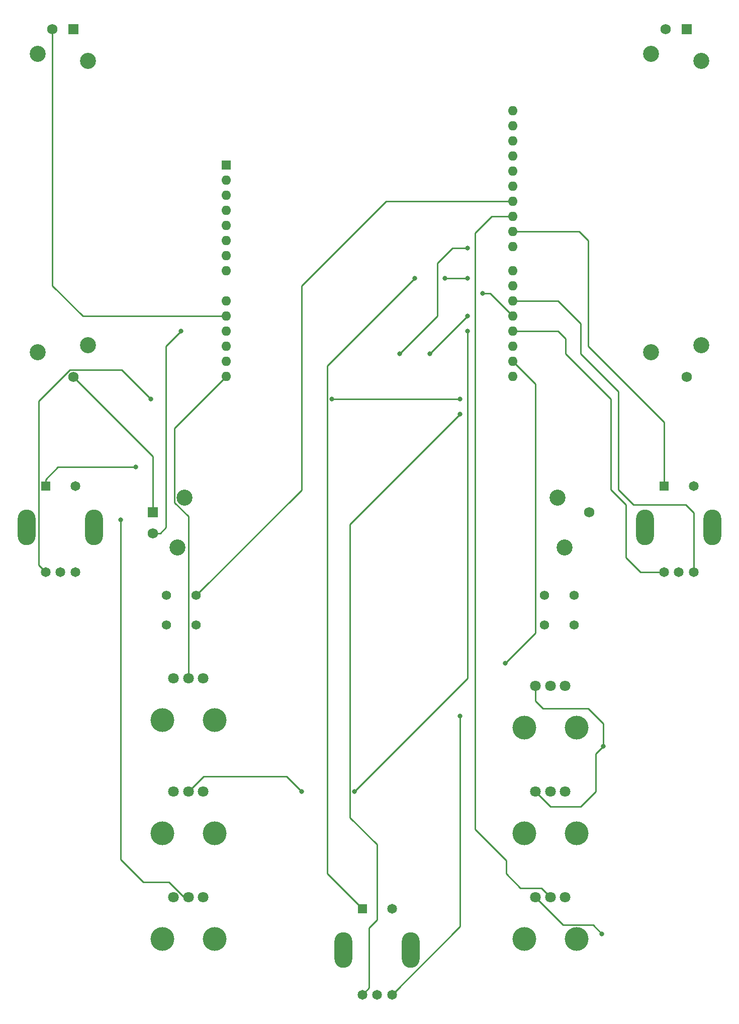
<source format=gbr>
G04 #@! TF.GenerationSoftware,KiCad,Pcbnew,5.1.5+dfsg1-2build2*
G04 #@! TF.CreationDate,2024-01-26T22:00:08+01:00*
G04 #@! TF.ProjectId,console,636f6e73-6f6c-4652-9e6b-696361645f70,rev?*
G04 #@! TF.SameCoordinates,Original*
G04 #@! TF.FileFunction,Copper,L2,Bot*
G04 #@! TF.FilePolarity,Positive*
%FSLAX46Y46*%
G04 Gerber Fmt 4.6, Leading zero omitted, Abs format (unit mm)*
G04 Created by KiCad (PCBNEW 5.1.5+dfsg1-2build2) date 2024-01-26 22:00:08*
%MOMM*%
%LPD*%
G04 APERTURE LIST*
%ADD10O,3.000000X6.000000*%
%ADD11C,1.650000*%
%ADD12R,1.650000X1.650000*%
%ADD13C,1.574800*%
%ADD14C,2.700000*%
%ADD15C,1.750000*%
%ADD16R,1.750000X1.750000*%
%ADD17C,4.000000*%
%ADD18C,1.800000*%
%ADD19O,1.600000X1.600000*%
%ADD20R,1.600000X1.600000*%
%ADD21C,0.800000*%
%ADD22C,0.250000*%
G04 APERTURE END LIST*
D10*
X100950000Y-180340000D03*
X89550000Y-180340000D03*
D11*
X97750000Y-187840000D03*
X95250000Y-187840000D03*
X92750000Y-187840000D03*
X97750000Y-173340000D03*
D12*
X92750000Y-173340000D03*
D10*
X151750000Y-109220000D03*
X140350000Y-109220000D03*
D11*
X148550000Y-116720000D03*
X146050000Y-116720000D03*
X143550000Y-116720000D03*
X148550000Y-102220000D03*
D12*
X143550000Y-102220000D03*
D10*
X47610000Y-109220000D03*
X36210000Y-109220000D03*
D11*
X44410000Y-116720000D03*
X41910000Y-116720000D03*
X39410000Y-116720000D03*
X44410000Y-102220000D03*
D12*
X39410000Y-102220000D03*
D13*
X123410400Y-125649990D03*
X128410400Y-125649990D03*
X128410400Y-120650000D03*
X123410400Y-120650000D03*
X59799600Y-125649990D03*
X64799600Y-125649990D03*
X64799600Y-120650000D03*
X59799600Y-120650000D03*
D14*
X126810000Y-112630000D03*
X61610000Y-112630000D03*
X125610000Y-104230000D03*
X62810000Y-104230000D03*
D15*
X130960000Y-106680000D03*
X57460000Y-110180000D03*
D16*
X57460000Y-106680000D03*
D17*
X120020000Y-142890000D03*
X128820000Y-142890000D03*
D18*
X121920000Y-135890000D03*
X124420000Y-135890000D03*
X126920000Y-135890000D03*
D14*
X141425000Y-79750000D03*
X141425000Y-29550000D03*
X149825000Y-78550000D03*
X149825000Y-30750000D03*
D15*
X147375000Y-83900000D03*
X143875000Y-25400000D03*
D16*
X147375000Y-25400000D03*
D17*
X120020000Y-178450000D03*
X128820000Y-178450000D03*
D18*
X121920000Y-171450000D03*
X124420000Y-171450000D03*
X126920000Y-171450000D03*
D17*
X59060000Y-141620000D03*
X67860000Y-141620000D03*
D18*
X60960000Y-134620000D03*
X63460000Y-134620000D03*
X65960000Y-134620000D03*
D17*
X59060000Y-160670000D03*
X67860000Y-160670000D03*
D18*
X60960000Y-153670000D03*
X63460000Y-153670000D03*
X65960000Y-153670000D03*
D17*
X120020000Y-160670000D03*
X128820000Y-160670000D03*
D18*
X121920000Y-153670000D03*
X124420000Y-153670000D03*
X126920000Y-153670000D03*
D14*
X38135000Y-79750000D03*
X38135000Y-29550000D03*
X46535000Y-78550000D03*
X46535000Y-30750000D03*
D15*
X44085000Y-83900000D03*
X40585000Y-25400000D03*
D16*
X44085000Y-25400000D03*
D17*
X59060000Y-178450000D03*
X67860000Y-178450000D03*
D18*
X60960000Y-171450000D03*
X63460000Y-171450000D03*
X65960000Y-171450000D03*
D19*
X118110000Y-81280000D03*
X118110000Y-83820000D03*
X118110000Y-44200000D03*
X69850000Y-83820000D03*
X118110000Y-46740000D03*
X69850000Y-81280000D03*
X118110000Y-49280000D03*
X69850000Y-78740000D03*
X118110000Y-51820000D03*
X69850000Y-76200000D03*
X118110000Y-54360000D03*
X69850000Y-73660000D03*
X118110000Y-56900000D03*
X69850000Y-71120000D03*
X118110000Y-59440000D03*
X69850000Y-66040000D03*
X118110000Y-61980000D03*
X69850000Y-63500000D03*
X118110000Y-66040000D03*
X69850000Y-60960000D03*
X118110000Y-68580000D03*
X69850000Y-58420000D03*
X118110000Y-71120000D03*
X69850000Y-55880000D03*
X118110000Y-73660000D03*
X69850000Y-53340000D03*
X118110000Y-76200000D03*
X69850000Y-50800000D03*
X118110000Y-78740000D03*
D20*
X69850000Y-48260000D03*
D19*
X118110000Y-41660000D03*
X118110000Y-39120000D03*
D21*
X109220000Y-140970000D03*
X116840000Y-132080000D03*
X109220000Y-90170000D03*
X52070000Y-107950000D03*
X62230000Y-76200000D03*
X54610000Y-99060000D03*
X99060000Y-80010000D03*
X110490000Y-62230000D03*
X101600000Y-67310000D03*
X106680000Y-67310000D03*
X110490000Y-67310000D03*
X110490000Y-76200000D03*
X91440000Y-153670000D03*
X82550000Y-153670000D03*
X133130501Y-177580501D03*
X133350000Y-146050000D03*
X104140000Y-80010000D03*
X110490000Y-73660000D03*
X113030000Y-69850000D03*
X57150000Y-87630000D03*
X87630000Y-87630000D03*
X109220000Y-87630000D03*
D22*
X97750000Y-187840000D02*
X109220000Y-176370000D01*
X109220000Y-176370000D02*
X109220000Y-140970000D01*
X116840000Y-132080000D02*
X121920000Y-127000000D01*
X121920000Y-85090000D02*
X118110000Y-81280000D01*
X121920000Y-127000000D02*
X121920000Y-85090000D01*
X93900001Y-186689999D02*
X93900001Y-176609999D01*
X92750000Y-187840000D02*
X93900001Y-186689999D01*
X93900001Y-176609999D02*
X95250000Y-175260000D01*
X95250000Y-175260000D02*
X95250000Y-162560000D01*
X90714999Y-108675001D02*
X109220000Y-90170000D01*
X95250000Y-162560000D02*
X90714999Y-158024999D01*
X90714999Y-158024999D02*
X90714999Y-108675001D01*
X61134999Y-92535001D02*
X69850000Y-83820000D01*
X61134999Y-105034001D02*
X61134999Y-92535001D01*
X63460000Y-107359002D02*
X61134999Y-105034001D01*
X63460000Y-134620000D02*
X63460000Y-107359002D01*
X52070000Y-107950000D02*
X52070000Y-165100000D01*
X52070000Y-165100000D02*
X55880000Y-168910000D01*
X62773002Y-171450000D02*
X63460000Y-171450000D01*
X60233002Y-168910000D02*
X62773002Y-171450000D01*
X55880000Y-168910000D02*
X60233002Y-168910000D01*
X118110000Y-54360000D02*
X96770000Y-54360000D01*
X96770000Y-54360000D02*
X82550000Y-68580000D01*
X82550000Y-102899600D02*
X64799600Y-120650000D01*
X82550000Y-68580000D02*
X82550000Y-102899600D01*
X40585000Y-25400000D02*
X40585000Y-68525000D01*
X45720000Y-73660000D02*
X69850000Y-73660000D01*
X40585000Y-68525000D02*
X45720000Y-73660000D01*
X116984999Y-167495001D02*
X119380000Y-169890002D01*
X119380000Y-169890002D02*
X122900002Y-169890002D01*
X124420000Y-171410000D02*
X124420000Y-171450000D01*
X122900002Y-169890002D02*
X124420000Y-171410000D01*
X116984999Y-167495001D02*
X116984999Y-165244999D01*
X116984999Y-165244999D02*
X111760000Y-160020000D01*
X111760000Y-160020000D02*
X111760000Y-59690000D01*
X114550000Y-56900000D02*
X118110000Y-56900000D01*
X111760000Y-59690000D02*
X114550000Y-56900000D01*
X59690000Y-78740000D02*
X62230000Y-76200000D01*
X59690000Y-109220000D02*
X59690000Y-78740000D01*
X58730000Y-110180000D02*
X59690000Y-109220000D01*
X57460000Y-110180000D02*
X58730000Y-110180000D01*
X143550000Y-102220000D02*
X143550000Y-91480000D01*
X143550000Y-91480000D02*
X130810000Y-78740000D01*
X130810000Y-78740000D02*
X130810000Y-60960000D01*
X129290000Y-59440000D02*
X118110000Y-59440000D01*
X130810000Y-60960000D02*
X129290000Y-59440000D01*
X39410000Y-101145000D02*
X41495000Y-99060000D01*
X39410000Y-102220000D02*
X39410000Y-101145000D01*
X41495000Y-99060000D02*
X54610000Y-99060000D01*
X99060000Y-80010000D02*
X102870000Y-76200000D01*
X102870000Y-76200000D02*
X105410000Y-73660000D01*
X105410000Y-73660000D02*
X105410000Y-64770000D01*
X105410000Y-64770000D02*
X107950000Y-62230000D01*
X107950000Y-62230000D02*
X110490000Y-62230000D01*
X57460000Y-97275000D02*
X57460000Y-106229991D01*
X44085000Y-83900000D02*
X57460000Y-97275000D01*
X86904999Y-82005001D02*
X101600000Y-67310000D01*
X92750000Y-173340000D02*
X86904999Y-167494999D01*
X86904999Y-167494999D02*
X86904999Y-82005001D01*
X106680000Y-67310000D02*
X110490000Y-67310000D01*
X110490000Y-76200000D02*
X110490000Y-134620000D01*
X110490000Y-134620000D02*
X91440000Y-153670000D01*
X91440000Y-153670000D02*
X91440000Y-153670000D01*
X82550000Y-153670000D02*
X80010000Y-151130000D01*
X66000000Y-151130000D02*
X63460000Y-153670000D01*
X80010000Y-151130000D02*
X66000000Y-151130000D01*
X126594999Y-176124999D02*
X131674999Y-176124999D01*
X131674999Y-176124999D02*
X133130501Y-177580501D01*
X121920000Y-171450000D02*
X126594999Y-176124999D01*
X129540000Y-156210000D02*
X132080000Y-153670000D01*
X132080000Y-153670000D02*
X132080000Y-147320000D01*
X121920000Y-153670000D02*
X124460000Y-156210000D01*
X132080000Y-147320000D02*
X133350000Y-146050000D01*
X124460000Y-156210000D02*
X129540000Y-156210000D01*
X121920000Y-135890000D02*
X121920000Y-138430000D01*
X121920000Y-138430000D02*
X123190000Y-139700000D01*
X123190000Y-139700000D02*
X130810000Y-139700000D01*
X130810000Y-139700000D02*
X133350000Y-142240000D01*
X133350000Y-142240000D02*
X133350000Y-146050000D01*
X129540000Y-80010000D02*
X129540000Y-74930000D01*
X148550000Y-106720000D02*
X147240000Y-105410000D01*
X148550000Y-116720000D02*
X148550000Y-106720000D01*
X138430000Y-105410000D02*
X135890000Y-102870000D01*
X125730000Y-71120000D02*
X118110000Y-71120000D01*
X129540000Y-74930000D02*
X125730000Y-71120000D01*
X135890000Y-102870000D02*
X135890000Y-86360000D01*
X147240000Y-105410000D02*
X138430000Y-105410000D01*
X135890000Y-86360000D02*
X129540000Y-80010000D01*
X104140000Y-80010000D02*
X110490000Y-73660000D01*
X113030000Y-69850000D02*
X114300000Y-69850000D01*
X114300000Y-69850000D02*
X118110000Y-73660000D01*
X127000000Y-80010000D02*
X127000000Y-77470000D01*
X143550000Y-116720000D02*
X139580000Y-116720000D01*
X139580000Y-116720000D02*
X137160000Y-114300000D01*
X137160000Y-105410000D02*
X134620000Y-102870000D01*
X137160000Y-114300000D02*
X137160000Y-105410000D01*
X134620000Y-102870000D02*
X134620000Y-87630000D01*
X125730000Y-76200000D02*
X118110000Y-76200000D01*
X127000000Y-77470000D02*
X125730000Y-76200000D01*
X134620000Y-87630000D02*
X127000000Y-80010000D01*
X52219999Y-82699999D02*
X57150000Y-87630000D01*
X43508999Y-82699999D02*
X52219999Y-82699999D01*
X38259999Y-87948999D02*
X43508999Y-82699999D01*
X39410000Y-116720000D02*
X38259999Y-115569999D01*
X38259999Y-115569999D02*
X38259999Y-87948999D01*
X87630000Y-87630000D02*
X109220000Y-87630000D01*
M02*

</source>
